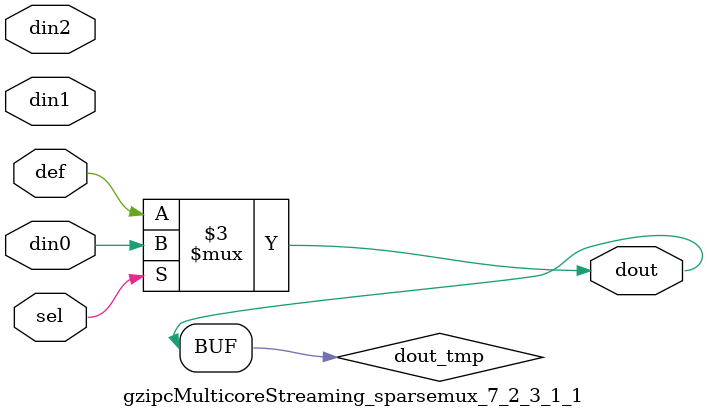
<source format=v>
`timescale 1ns / 1ps

module gzipcMulticoreStreaming_sparsemux_7_2_3_1_1 (din0,din1,din2,def,sel,dout);

parameter din0_WIDTH = 1;

parameter din1_WIDTH = 1;

parameter din2_WIDTH = 1;

parameter def_WIDTH = 1;
parameter sel_WIDTH = 1;
parameter dout_WIDTH = 1;

parameter [sel_WIDTH-1:0] CASE0 = 1;

parameter [sel_WIDTH-1:0] CASE1 = 1;

parameter [sel_WIDTH-1:0] CASE2 = 1;

parameter ID = 1;
parameter NUM_STAGE = 1;



input [din0_WIDTH-1:0] din0;

input [din1_WIDTH-1:0] din1;

input [din2_WIDTH-1:0] din2;

input [def_WIDTH-1:0] def;
input [sel_WIDTH-1:0] sel;

output [dout_WIDTH-1:0] dout;



reg [dout_WIDTH-1:0] dout_tmp;


always @ (*) begin
(* parallel_case *) case (sel)
    
    CASE0 : dout_tmp = din0;
    
    CASE1 : dout_tmp = din1;
    
    CASE2 : dout_tmp = din2;
    
    default : dout_tmp = def;
endcase
end


assign dout = dout_tmp;



endmodule

</source>
